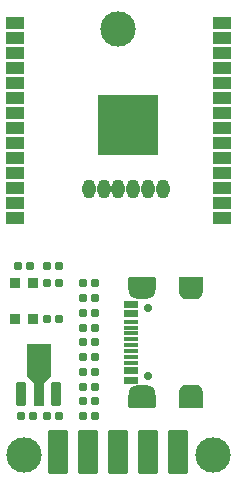
<source format=gbr>
%TF.GenerationSoftware,KiCad,Pcbnew,7.0.11-7.0.11~ubuntu22.04.1*%
%TF.CreationDate,2025-09-05T11:13:46+03:00*%
%TF.ProjectId,MOD-ESP32-C5_Rev_A,4d4f442d-4553-4503-9332-2d43355f5265,A*%
%TF.SameCoordinates,PX5a995c0PY9896800*%
%TF.FileFunction,Soldermask,Top*%
%TF.FilePolarity,Negative*%
%FSLAX46Y46*%
G04 Gerber Fmt 4.6, Leading zero omitted, Abs format (unit mm)*
G04 Created by KiCad (PCBNEW 7.0.11-7.0.11~ubuntu22.04.1) date 2025-09-05 11:13:46*
%MOMM*%
%LPD*%
G01*
G04 APERTURE LIST*
G04 Aperture macros list*
%AMRoundRect*
0 Rectangle with rounded corners*
0 $1 Rounding radius*
0 $2 $3 $4 $5 $6 $7 $8 $9 X,Y pos of 4 corners*
0 Add a 4 corners polygon primitive as box body*
4,1,4,$2,$3,$4,$5,$6,$7,$8,$9,$2,$3,0*
0 Add four circle primitives for the rounded corners*
1,1,$1+$1,$2,$3*
1,1,$1+$1,$4,$5*
1,1,$1+$1,$6,$7*
1,1,$1+$1,$8,$9*
0 Add four rect primitives between the rounded corners*
20,1,$1+$1,$2,$3,$4,$5,0*
20,1,$1+$1,$4,$5,$6,$7,0*
20,1,$1+$1,$6,$7,$8,$9,0*
20,1,$1+$1,$8,$9,$2,$3,0*%
%AMFreePoly0*
4,1,15,0.335921,0.435921,0.338231,0.433452,1.038231,-0.366548,1.050687,-0.403379,1.033452,-0.438231,1.000000,-0.450800,-1.000000,-0.450800,-1.035921,-0.435921,-1.050800,-0.400000,-1.038231,-0.366548,-0.338231,0.433452,-0.303379,0.450687,-0.300000,0.450800,0.300000,0.450800,0.335921,0.435921,0.335921,0.435921,$1*%
G04 Aperture macros list end*
%ADD10RoundRect,0.050800X-0.400000X-0.400000X0.400000X-0.400000X0.400000X0.400000X-0.400000X0.400000X0*%
%ADD11RoundRect,0.050800X-0.250000X-0.275000X0.250000X-0.275000X0.250000X0.275000X-0.250000X0.275000X0*%
%ADD12RoundRect,0.050800X0.250000X0.275000X-0.250000X0.275000X-0.250000X-0.275000X0.250000X-0.275000X0*%
%ADD13C,3.000000*%
%ADD14RoundRect,0.050800X-0.750000X-0.450000X0.750000X-0.450000X0.750000X0.450000X-0.750000X0.450000X0*%
%ADD15C,1.901600*%
%ADD16RoundRect,0.050800X-2.500000X-2.500000X2.500000X-2.500000X2.500000X2.500000X-2.500000X2.500000X0*%
%ADD17RoundRect,0.050800X0.762000X-1.778000X0.762000X1.778000X-0.762000X1.778000X-0.762000X-1.778000X0*%
%ADD18C,0.701600*%
%ADD19RoundRect,0.050800X1.100000X-0.550000X1.100000X0.550000X-1.100000X0.550000X-1.100000X-0.550000X0*%
%ADD20O,2.301600X1.301600*%
%ADD21RoundRect,0.050800X1.000000X-0.550000X1.000000X0.550000X-1.000000X0.550000X-1.000000X-0.550000X0*%
%ADD22O,2.101600X1.401600*%
%ADD23RoundRect,0.050800X0.575000X-0.150000X0.575000X0.150000X-0.575000X0.150000X-0.575000X-0.150000X0*%
%ADD24RoundRect,0.050800X0.575000X-0.125000X0.575000X0.125000X-0.575000X0.125000X-0.575000X-0.125000X0*%
%ADD25RoundRect,0.050800X-0.350000X-0.950000X0.350000X-0.950000X0.350000X0.950000X-0.350000X0.950000X0*%
%ADD26RoundRect,0.050800X-1.000000X-1.300000X1.000000X-1.300000X1.000000X1.300000X-1.000000X1.300000X0*%
%ADD27FreePoly0,180.000000*%
%ADD28RoundRect,0.050800X-0.400000X-0.950000X0.400000X-0.950000X0.400000X0.950000X-0.400000X0.950000X0*%
%ADD29O,1.101600X1.601600*%
G04 APERTURE END LIST*
D10*
%TO.C,LED1*%
X2762000Y13500000D03*
X1238000Y13500000D03*
%TD*%
D11*
%TO.C,R4*%
X8008000Y12750000D03*
D12*
X6992000Y12750000D03*
%TD*%
D10*
%TO.C,LED2*%
X2762000Y16500000D03*
X1238000Y16500000D03*
%TD*%
D13*
%TO.C,FID3*%
X18000000Y2000000D03*
%TD*%
D11*
%TO.C,R3*%
X2508000Y18000000D03*
D12*
X1492000Y18000000D03*
%TD*%
%TO.C,R2*%
X6992000Y7750000D03*
D11*
X8008000Y7750000D03*
%TD*%
D12*
%TO.C,R8*%
X6992000Y5250000D03*
D11*
X8008000Y5250000D03*
%TD*%
%TO.C,C3*%
X5008000Y18000000D03*
D12*
X3992000Y18000000D03*
%TD*%
D14*
%TO.C,U1*%
X1250000Y38510000D03*
X1250000Y37240000D03*
X1250000Y35970000D03*
X1250000Y34700000D03*
X1250000Y33430000D03*
X1250000Y32160000D03*
X1250000Y30890000D03*
X1250000Y29620000D03*
X1250000Y28350000D03*
X1250000Y27080000D03*
X1250000Y25810000D03*
X1250000Y24540000D03*
X1250000Y23270000D03*
X1250000Y22000000D03*
X18750000Y22000000D03*
X18750000Y23270000D03*
X18750000Y24540000D03*
X18750000Y25810000D03*
X18750000Y27080000D03*
X18750000Y28350000D03*
X18750000Y29620000D03*
X18750000Y30890000D03*
X18750000Y32160000D03*
X18750000Y33430000D03*
X18750000Y34700000D03*
X18750000Y35970000D03*
X18750000Y37240000D03*
X18750000Y38510000D03*
D15*
X10830000Y29920000D03*
D16*
X10830000Y29920000D03*
%TD*%
D17*
%TO.C,UEXT1*%
X4920000Y2226000D03*
X7460000Y2226000D03*
X10000000Y2226000D03*
X12540000Y2226000D03*
X15080000Y2226000D03*
%TD*%
D12*
%TO.C,R6*%
X3992000Y13500000D03*
D11*
X5008000Y13500000D03*
%TD*%
%TO.C,C7*%
X5008000Y5250000D03*
D12*
X3992000Y5250000D03*
%TD*%
%TO.C,R1*%
X6992000Y16500000D03*
D11*
X8008000Y16500000D03*
%TD*%
%TO.C,TVS2*%
X8008000Y14000000D03*
D12*
X6992000Y14000000D03*
%TD*%
D11*
%TO.C,TVS1*%
X8008000Y10250000D03*
D12*
X6992000Y10250000D03*
%TD*%
D11*
%TO.C,C4*%
X8008000Y15250000D03*
D12*
X6992000Y15250000D03*
%TD*%
D18*
%TO.C,USB-PGM1*%
X12470000Y14390000D03*
X12470000Y8610000D03*
D19*
X11970000Y16427600D03*
D20*
X11970000Y15820000D03*
X11970000Y7180000D03*
D19*
X11970000Y6572400D03*
D21*
X16150000Y16427600D03*
D22*
X16150000Y15820000D03*
X16150000Y7180000D03*
D21*
X16150000Y6572400D03*
D23*
X11068000Y8175000D03*
X11068000Y8975000D03*
D24*
X11068000Y10250000D03*
X11068000Y11250000D03*
X11068000Y11750000D03*
X11068000Y12750000D03*
D23*
X11068000Y14025000D03*
X11068000Y14825000D03*
X11068000Y14575000D03*
X11068000Y13775000D03*
D24*
X11068000Y13250000D03*
X11068000Y12250000D03*
X11068000Y10750000D03*
X11068000Y9750000D03*
D23*
X11068000Y9225000D03*
X11068000Y8425000D03*
%TD*%
D11*
%TO.C,C6*%
X2758000Y5250000D03*
D12*
X1742000Y5250000D03*
%TD*%
%TO.C,R5*%
X6992000Y11500000D03*
D11*
X8008000Y11500000D03*
%TD*%
D25*
%TO.C,VR1*%
X1750000Y7150000D03*
D26*
X3250000Y10000000D03*
D27*
X3250000Y8300000D03*
D28*
X3250000Y7150000D03*
D25*
X4750000Y7150000D03*
%TD*%
D13*
%TO.C,FID1*%
X2000000Y2000000D03*
%TD*%
D12*
%TO.C,R7*%
X3992000Y16500000D03*
D11*
X5008000Y16500000D03*
%TD*%
%TO.C,C5*%
X8008000Y9000000D03*
D12*
X6992000Y9000000D03*
%TD*%
D13*
%TO.C,FID2*%
X10000000Y38000000D03*
%TD*%
D11*
%TO.C,R9*%
X8008000Y6500000D03*
D12*
X6992000Y6500000D03*
%TD*%
D29*
%TO.C,ESP-PROG1*%
X13750000Y24500000D03*
X12500000Y24500000D03*
X11250000Y24500000D03*
X10000000Y24500000D03*
X8750000Y24500000D03*
X7500000Y24500000D03*
%TD*%
M02*

</source>
